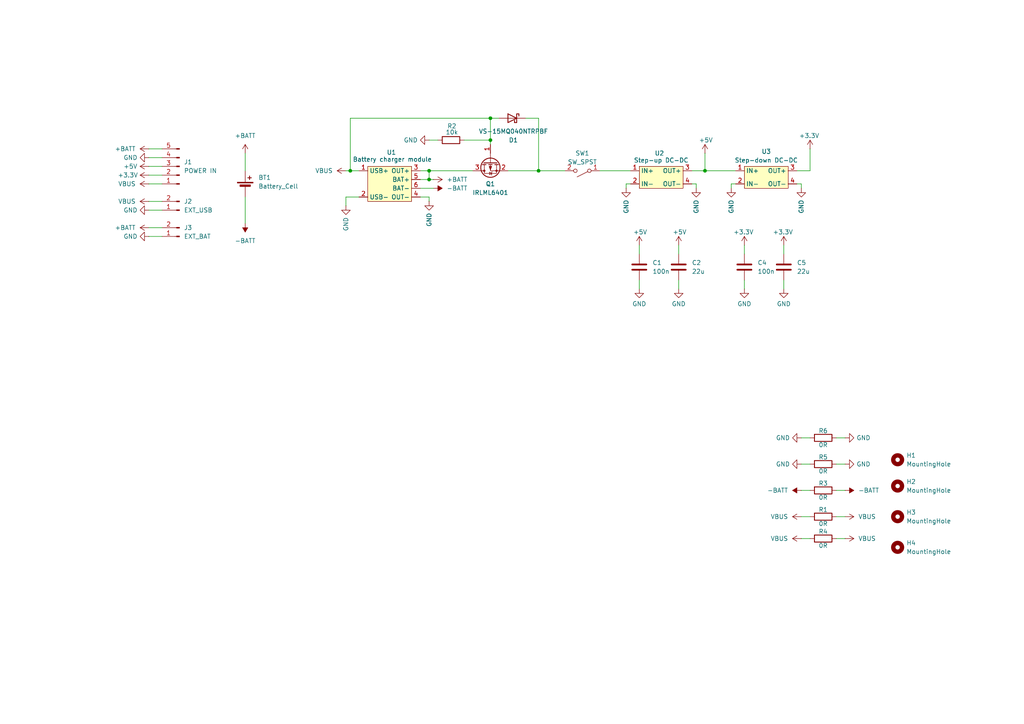
<source format=kicad_sch>
(kicad_sch (version 20231120) (generator "eeschema") (generator_version "8.0")
  (paper "A4")
  (lib_symbols
    (symbol "0a_pow:LM2596 step-down DC-DC module"
      (property "Reference" "U" (at -4.572 3.556 0))
      (property "Value" "Step-down DC-DC module" (at 1.27 -5.08 0))
      (symbol "LM2596 step-down DC-DC module_1_1"
        (rectangle (start -5.08 2.54) (end 7.62 -3.81) (fill (type background)))
        (pin input line (at -7.62 1.27 0) (length 2.54) (name "IN+") (number "1"))
        (pin input line (at -7.62 -2.54 0) (length 2.54) (name "IN-") (number "2"))
        (pin input line (at 10.16 1.27 180) (length 2.54) (name "OUT+") (number "3"))
        (pin input line (at 10.16 -2.54 180) (length 2.54) (name "OUT-") (number "4"))
      )
    )
    (symbol "0a_pow:MT3608_step-up_DC-DC"
      (property "Reference" "U" (at -4.572 3.556 0))
      (property "Value" "Step-up DC-DC" (at 1.27 -5.08 0))
      (symbol "MT3608_step-up_DC-DC_1_1"
        (rectangle (start -5.08 2.54) (end 7.62 -3.81) (fill (type background)))
        (pin input line (at -7.62 1.27 0) (length 2.54) (name "IN+") (number "1"))
        (pin input line (at -7.62 -2.54 0) (length 2.54) (name "IN-") (number "2"))
        (pin input line (at 10.16 1.27 180) (length 2.54) (name "OUT+") (number "3"))
        (pin input line (at 10.16 -2.54 180) (length 2.54) (name "OUT-") (number "4"))
      )
    )
    (symbol "0a_pow:TP4056_module_typeC"
      (property "Reference" "U" (at -5.842 6.096 0))
      (property "Value" "Battery charger module" (at 0.254 -6.096 0))
      (symbol "TP4056_module_typeC_1_1"
        (rectangle (start -6.35 5.08) (end 6.35 -5.08) (fill (type background)))
        (pin input line (at -8.89 3.81 0) (length 2.54) (name "USB+") (number "1"))
        (pin input line (at -8.89 -3.81 0) (length 2.54) (name "USB-") (number "2"))
        (pin input line (at 8.89 3.81 180) (length 2.54) (name "OUT+") (number "3"))
        (pin input line (at 8.89 -3.81 180) (length 2.54) (name "OUT-") (number "4"))
        (pin input line (at 8.89 1.27 180) (length 2.54) (name "BAT+") (number "5"))
        (pin input line (at 8.89 -1.27 180) (length 2.54) (name "BAT-") (number "6"))
      )
    )
    (symbol "Connector:Conn_01x02_Pin" (pin_names (offset 1.016) hide)
      (property "Reference" "J" (at 0 2.54 0))
      (property "Value" "Conn_01x02_Pin" (at 0 -5.08 0))
      (symbol "Conn_01x02_Pin_1_1"
        (polyline (pts (xy 1.27 -2.54) (xy 0.8636 -2.54)) (stroke (width 0.1524)))
        (polyline (pts (xy 1.27 0) (xy 0.8636 0)) (stroke (width 0.1524)))
        (rectangle (start 0.8636 -2.413) (end 0 -2.667) (stroke (width 0.1524)) (fill (type outline)))
        (rectangle (start 0.8636 0.127) (end 0 -0.127) (stroke (width 0.1524)) (fill (type outline)))
        (pin passive line (at 5.08 0 180) (length 3.81) (name "Pin_1") (number "1"))
        (pin passive line (at 5.08 -2.54 180) (length 3.81) (name "Pin_2") (number "2"))
      )
    )
    (symbol "Connector:Conn_01x05_Pin" (pin_names (offset 1.016) hide)
      (property "Reference" "J" (at 0 7.62 0))
      (property "Value" "Conn_01x05_Pin" (at 0 -7.62 0))
      (symbol "Conn_01x05_Pin_1_1"
        (polyline (pts (xy 1.27 -5.08) (xy 0.8636 -5.08)) (stroke (width 0.1524)))
        (polyline (pts (xy 1.27 -2.54) (xy 0.8636 -2.54)) (stroke (width 0.1524)))
        (polyline (pts (xy 1.27 0) (xy 0.8636 0)) (stroke (width 0.1524)))
        (polyline (pts (xy 1.27 2.54) (xy 0.8636 2.54)) (stroke (width 0.1524)))
        (polyline (pts (xy 1.27 5.08) (xy 0.8636 5.08)) (stroke (width 0.1524)))
        (rectangle (start 0.8636 -4.953) (end 0 -5.207) (stroke (width 0.1524)) (fill (type outline)))
        (rectangle (start 0.8636 -2.413) (end 0 -2.667) (stroke (width 0.1524)) (fill (type outline)))
        (rectangle (start 0.8636 0.127) (end 0 -0.127) (stroke (width 0.1524)) (fill (type outline)))
        (rectangle (start 0.8636 2.667) (end 0 2.413) (stroke (width 0.1524)) (fill (type outline)))
        (rectangle (start 0.8636 5.207) (end 0 4.953) (stroke (width 0.1524)) (fill (type outline)))
        (pin passive line (at 5.08 5.08 180) (length 3.81) (name "Pin_1") (number "1"))
        (pin passive line (at 5.08 2.54 180) (length 3.81) (name "Pin_2") (number "2"))
        (pin passive line (at 5.08 0 180) (length 3.81) (name "Pin_3") (number "3"))
        (pin passive line (at 5.08 -2.54 180) (length 3.81) (name "Pin_4") (number "4"))
        (pin passive line (at 5.08 -5.08 180) (length 3.81) (name "Pin_5") (number "5"))
      )
    )
    (symbol "Device:Battery_Cell" (pin_numbers hide) (pin_names (offset 0) hide)
      (property "Reference" "BT" (at 2.54 2.54 0))
      (property "Value" "Battery_Cell" (at 2.54 0 0))
      (symbol "Battery_Cell_0_1"
        (rectangle (start -2.286 1.778) (end 2.286 1.524) (fill (type outline)))
        (rectangle (start -1.524 1.016) (end 1.524 0.508) (fill (type outline)))
        (polyline (pts (xy 0 0.762) (xy 0 0)))
        (polyline (pts (xy 0 1.778) (xy 0 2.54)))
        (polyline (pts (xy 0.762 3.048) (xy 1.778 3.048)) (stroke (width 0.254)))
        (polyline (pts (xy 1.27 3.556) (xy 1.27 2.54)) (stroke (width 0.254)))
      )
      (symbol "Battery_Cell_1_1"
        (pin passive line (at 0 5.08 270) (length 2.54) (name "+") (number "1"))
        (pin passive line (at 0 -2.54 90) (length 2.54) (name "-") (number "2"))
      )
    )
    (symbol "Device:C" (pin_numbers hide) (pin_names (offset 0.254))
      (property "Reference" "C" (at 0.635 2.54 0))
      (property "Value" "C" (at 0.635 -2.54 0))
      (symbol "C_0_1"
        (polyline (pts (xy -2.032 -0.762) (xy 2.032 -0.762)) (stroke (width 0.508)))
        (polyline (pts (xy -2.032 0.762) (xy 2.032 0.762)) (stroke (width 0.508)))
      )
      (symbol "C_1_1"
        (pin passive line (at 0 3.81 270) (length 2.794) (name "~") (number "1"))
        (pin passive line (at 0 -3.81 90) (length 2.794) (name "~") (number "2"))
      )
    )
    (symbol "Device:D_Schottky" (pin_numbers hide) (pin_names (offset 1.016) hide)
      (property "Reference" "D" (at 0 2.54 0))
      (property "Value" "D_Schottky" (at 0 -2.54 0))
      (symbol "D_Schottky_0_1"
        (polyline (pts (xy 1.27 0) (xy -1.27 0)))
        (polyline (pts (xy 1.27 1.27) (xy 1.27 -1.27) (xy -1.27 0) (xy 1.27 1.27)) (stroke (width 0.254)))
        (polyline (pts (xy -1.905 0.635) (xy -1.905 1.27) (xy -1.27 1.27) (xy -1.27 -1.27) (xy -0.635 -1.27) (xy -0.635 -0.635)) (stroke (width 0.254)))
      )
      (symbol "D_Schottky_1_1"
        (pin passive line (at -3.81 0 0) (length 2.54) (name "K") (number "1"))
        (pin passive line (at 3.81 0 180) (length 2.54) (name "A") (number "2"))
      )
    )
    (symbol "Device:R" (pin_numbers hide) (pin_names (offset 0))
      (property "Reference" "R" (at 2.032 0 90))
      (property "Value" "R" (at 0 0 90))
      (symbol "R_0_1"
        (rectangle (start -1.016 -2.54) (end 1.016 2.54) (stroke (width 0.254)))
      )
      (symbol "R_1_1"
        (pin passive line (at 0 3.81 270) (length 1.27) (name "~") (number "1"))
        (pin passive line (at 0 -3.81 90) (length 1.27) (name "~") (number "2"))
      )
    )
    (symbol "Mechanical:MountingHole" (pin_names (offset 1.016)) (exclude_from_sim yes) (in_bom no)
      (property "Reference" "H" (at 0 5.08 0))
      (property "Value" "MountingHole" (at 0 3.175 0))
      (symbol "MountingHole_0_1"
        (circle (center 0 0) (radius 1.27) (stroke (width 1.27)))
      )
    )
    (symbol "Switch:SW_SPST" (pin_names (offset 0) hide)
      (property "Reference" "SW" (at 0 3.175 0))
      (property "Value" "SW_SPST" (at 0 -2.54 0))
      (symbol "SW_SPST_0_0"
        (circle (center -2.032 0) (radius 0.508))
        (polyline (pts (xy -1.524 0.254) (xy 1.524 1.778)))
        (circle (center 2.032 0) (radius 0.508))
      )
      (symbol "SW_SPST_1_1"
        (pin passive line (at -5.08 0 0) (length 2.54) (name "A") (number "1"))
        (pin passive line (at 5.08 0 180) (length 2.54) (name "B") (number "2"))
      )
    )
    (symbol "Transistor_FET:IRLML6401" (pin_names hide)
      (property "Reference" "Q" (at 5.08 1.905 0))
      (property "Value" "IRLML6401" (at 5.08 0 0))
      (symbol "IRLML6401_0_1"
        (polyline (pts (xy 0.254 0) (xy -2.54 0)))
        (polyline (pts (xy 0.254 1.905) (xy 0.254 -1.905)) (stroke (width 0.254)))
        (polyline (pts (xy 0.762 -1.27) (xy 0.762 -2.286)) (stroke (width 0.254)))
        (polyline (pts (xy 0.762 0.508) (xy 0.762 -0.508)) (stroke (width 0.254)))
        (polyline (pts (xy 0.762 2.286) (xy 0.762 1.27)) (stroke (width 0.254)))
        (polyline (pts (xy 2.54 2.54) (xy 2.54 1.778)))
        (polyline (pts (xy 2.54 -2.54) (xy 2.54 0) (xy 0.762 0)))
        (polyline (pts (xy 0.762 1.778) (xy 3.302 1.778) (xy 3.302 -1.778) (xy 0.762 -1.778)))
        (polyline (pts (xy 2.286 0) (xy 1.27 0.381) (xy 1.27 -0.381) (xy 2.286 0)) (fill (type outline)))
        (polyline (pts (xy 2.794 -0.508) (xy 2.921 -0.381) (xy 3.683 -0.381) (xy 3.81 -0.254)))
        (polyline (pts (xy 3.302 -0.381) (xy 2.921 0.254) (xy 3.683 0.254) (xy 3.302 -0.381)))
        (circle (center 1.651 0) (radius 2.794) (stroke (width 0.254)))
        (circle (center 2.54 -1.778) (radius 0.254) (fill (type outline)))
        (circle (center 2.54 1.778) (radius 0.254) (fill (type outline)))
      )
      (symbol "IRLML6401_1_1"
        (pin input line (at -5.08 0 0) (length 2.54) (name "G") (number "1"))
        (pin passive line (at 2.54 -5.08 90) (length 2.54) (name "S") (number "2"))
        (pin passive line (at 2.54 5.08 270) (length 2.54) (name "D") (number "3"))
      )
    )
    (symbol "power:+3.3V" (power) (pin_numbers hide) (pin_names (offset 0) hide)
      (property "Value" "+3.3V" (at 0 3.556 0))
      (symbol "+3.3V_0_1"
        (polyline (pts (xy -0.762 1.27) (xy 0 2.54)))
        (polyline (pts (xy 0 0) (xy 0 2.54)))
        (polyline (pts (xy 0 2.54) (xy 0.762 1.27)))
      )
      (symbol "+3.3V_1_1"
        (pin power_in line (at 0 0 90) (length 0) (name "~") (number "1"))
      )
    )
    (symbol "power:+5V" (power) (pin_numbers hide) (pin_names (offset 0) hide)
      (property "Value" "+5V" (at 0 3.556 0))
      (symbol "+5V_0_1"
        (polyline (pts (xy -0.762 1.27) (xy 0 2.54)))
        (polyline (pts (xy 0 0) (xy 0 2.54)))
        (polyline (pts (xy 0 2.54) (xy 0.762 1.27)))
      )
      (symbol "+5V_1_1"
        (pin power_in line (at 0 0 90) (length 0) (name "~") (number "1"))
      )
    )
    (symbol "power:+BATT" (power) (pin_numbers hide) (pin_names (offset 0) hide)
      (property "Value" "+BATT" (at 0 3.556 0))
      (symbol "+BATT_0_1"
        (polyline (pts (xy -0.762 1.27) (xy 0 2.54)))
        (polyline (pts (xy 0 0) (xy 0 2.54)))
        (polyline (pts (xy 0 2.54) (xy 0.762 1.27)))
      )
      (symbol "+BATT_1_1"
        (pin power_in line (at 0 0 90) (length 0) (name "~") (number "1"))
      )
    )
    (symbol "power:-BATT" (power) (pin_numbers hide) (pin_names (offset 0) hide)
      (property "Value" "-BATT" (at 0 3.556 0))
      (symbol "-BATT_0_1"
        (polyline (pts (xy 0 0) (xy 0 2.54)))
        (polyline (pts (xy 0.762 1.27) (xy -0.762 1.27) (xy 0 2.54) (xy 0.762 1.27)) (fill (type outline)))
      )
      (symbol "-BATT_1_1"
        (pin power_in line (at 0 0 90) (length 0) (name "~") (number "1"))
      )
    )
    (symbol "power:GND" (power) (pin_numbers hide) (pin_names (offset 0) hide)
      (property "Value" "GND" (at 0 -3.81 0))
      (symbol "GND_0_1"
        (polyline (pts (xy 0 0) (xy 0 -1.27) (xy 1.27 -1.27) (xy 0 -2.54) (xy -1.27 -1.27) (xy 0 -1.27)))
      )
      (symbol "GND_1_1"
        (pin power_in line (at 0 0 270) (length 0) (name "~") (number "1"))
      )
    )
    (symbol "power:VBUS" (power) (pin_numbers hide) (pin_names (offset 0) hide)
      (property "Value" "VBUS" (at 0 3.556 0))
      (symbol "VBUS_0_1"
        (polyline (pts (xy -0.762 1.27) (xy 0 2.54)))
        (polyline (pts (xy 0 0) (xy 0 2.54)))
        (polyline (pts (xy 0 2.54) (xy 0.762 1.27)))
      )
      (symbol "VBUS_1_1"
        (pin power_in line (at 0 0 90) (length 0) (name "~") (number "1"))
      )
    )
  )
  (junction (at 142.24 40.64))
  (junction (at 124.46 49.53))
  (junction (at 124.46 52.07))
  (junction (at 101.6 49.53))
  (junction (at 204.47 49.53))
  (junction (at 156.21 49.53))
  (junction (at 142.24 34.29))
  (wire (pts (xy 121.92 57.15) (xy 124.46 57.15)))
  (wire (pts (xy 156.21 49.53) (xy 163.83 49.53)))
  (wire (pts (xy 215.9 83.82) (xy 215.9 81.28)))
  (wire (pts (xy 245.11 134.62) (xy 242.57 134.62)))
  (wire (pts (xy 46.99 45.72) (xy 43.18 45.72)))
  (wire (pts (xy 181.61 53.34) (xy 181.61 54.61)))
  (wire (pts (xy 124.46 57.15) (xy 124.46 58.42)))
  (wire (pts (xy 185.42 71.12) (xy 185.42 73.66)))
  (wire (pts (xy 227.33 83.82) (xy 227.33 81.28)))
  (wire (pts (xy 124.46 52.07) (xy 121.92 52.07)))
  (wire (pts (xy 142.24 34.29) (xy 144.78 34.29)))
  (wire (pts (xy 124.46 49.53) (xy 137.16 49.53)))
  (wire (pts (xy 156.21 34.29) (xy 152.4 34.29)))
  (wire (pts (xy 232.41 149.86) (xy 234.95 149.86)))
  (wire (pts (xy 147.32 49.53) (xy 156.21 49.53)))
  (wire (pts (xy 43.18 66.04) (xy 46.99 66.04)))
  (wire (pts (xy 100.33 57.15) (xy 100.33 59.69)))
  (wire (pts (xy 182.88 53.34) (xy 181.61 53.34)))
  (wire (pts (xy 204.47 49.53) (xy 213.36 49.53)))
  (wire (pts (xy 234.95 49.53) (xy 231.14 49.53)))
  (wire (pts (xy 227.33 71.12) (xy 227.33 73.66)))
  (wire (pts (xy 156.21 34.29) (xy 156.21 49.53)))
  (wire (pts (xy 204.47 44.45) (xy 204.47 49.53)))
  (wire (pts (xy 134.62 40.64) (xy 142.24 40.64)))
  (wire (pts (xy 173.99 49.53) (xy 182.88 49.53)))
  (wire (pts (xy 212.09 53.34) (xy 212.09 54.61)))
  (wire (pts (xy 215.9 71.12) (xy 215.9 73.66)))
  (wire (pts (xy 101.6 34.29) (xy 101.6 49.53)))
  (wire (pts (xy 124.46 49.53) (xy 124.46 52.07)))
  (wire (pts (xy 125.73 52.07) (xy 124.46 52.07)))
  (wire (pts (xy 100.33 49.53) (xy 101.6 49.53)))
  (wire (pts (xy 196.85 83.82) (xy 196.85 81.28)))
  (wire (pts (xy 196.85 71.12) (xy 196.85 73.66)))
  (wire (pts (xy 101.6 34.29) (xy 142.24 34.29)))
  (wire (pts (xy 232.41 127) (xy 234.95 127)))
  (wire (pts (xy 245.11 149.86) (xy 242.57 149.86)))
  (wire (pts (xy 245.11 142.24) (xy 242.57 142.24)))
  (wire (pts (xy 234.95 43.18) (xy 234.95 49.53)))
  (wire (pts (xy 201.93 53.34) (xy 201.93 54.61)))
  (wire (pts (xy 71.12 44.45) (xy 71.12 49.53)))
  (wire (pts (xy 43.18 43.18) (xy 46.99 43.18)))
  (wire (pts (xy 200.66 53.34) (xy 201.93 53.34)))
  (wire (pts (xy 71.12 64.77) (xy 71.12 57.15)))
  (wire (pts (xy 232.41 156.21) (xy 234.95 156.21)))
  (wire (pts (xy 231.14 53.34) (xy 232.41 53.34)))
  (wire (pts (xy 46.99 68.58) (xy 43.18 68.58)))
  (wire (pts (xy 43.18 48.26) (xy 46.99 48.26)))
  (wire (pts (xy 245.11 156.21) (xy 242.57 156.21)))
  (wire (pts (xy 43.18 50.8) (xy 46.99 50.8)))
  (wire (pts (xy 142.24 34.29) (xy 142.24 40.64)))
  (wire (pts (xy 43.18 58.42) (xy 46.99 58.42)))
  (wire (pts (xy 121.92 54.61) (xy 125.73 54.61)))
  (wire (pts (xy 124.46 40.64) (xy 127 40.64)))
  (wire (pts (xy 121.92 49.53) (xy 124.46 49.53)))
  (wire (pts (xy 200.66 49.53) (xy 204.47 49.53)))
  (wire (pts (xy 232.41 53.34) (xy 232.41 54.61)))
  (wire (pts (xy 213.36 53.34) (xy 212.09 53.34)))
  (wire (pts (xy 232.41 142.24) (xy 234.95 142.24)))
  (wire (pts (xy 232.41 134.62) (xy 234.95 134.62)))
  (wire (pts (xy 101.6 49.53) (xy 104.14 49.53)))
  (wire (pts (xy 43.18 53.34) (xy 46.99 53.34)))
  (wire (pts (xy 142.24 40.64) (xy 142.24 41.91)))
  (wire (pts (xy 245.11 127) (xy 242.57 127)))
  (wire (pts (xy 104.14 57.15) (xy 100.33 57.15)))
  (wire (pts (xy 185.42 83.82) (xy 185.42 81.28)))
  (wire (pts (xy 46.99 60.96) (xy 43.18 60.96)))
  (symbol (lib_id "power:VBUS") (at 245.11 156.21 270) (unit 1)
    (property "Reference" "#PWR037" (effects (hide yes)))
    (property "Value" "VBUS" (at 248.92 156.2099 90) (effects (justify left)))
    (property "Description" "Power symbol creates a global label with name \"VBUS\"" (effects (hide yes)))
  )
  (symbol (lib_id "power:VBUS") (at 43.18 58.42 90) (unit 1)
    (property "Reference" "#PWR012" (effects (hide yes)))
    (property "Value" "VBUS" (at 39.37 58.4199 90) (effects (justify left)))
    (property "Description" "Power symbol creates a global label with name \"VBUS\"" (effects (hide yes)))
  )
  (symbol (lib_id "power:+5V") (at 43.18 48.26 90) (unit 1)
    (property "Reference" "#PWR03" (effects (hide yes)))
    (property "Value" "+5V" (at 39.878 48.26 90) (effects (justify left)))
    (property "Description" "Power symbol creates a global label with name \"+5V\"" (effects (hide yes)))
  )
  (symbol (lib_id "power:+BATT") (at 43.18 66.04 90) (unit 1)
    (property "Reference" "#PWR015" (effects (hide yes)))
    (property "Value" "+BATT" (at 39.37 66.0399 90) (effects (justify left)))
    (property "Description" "Power symbol creates a global label with name \"+BATT\"" (effects (hide yes)))
  )
  (symbol (lib_id "power:-BATT") (at 232.41 142.24 90) (unit 1)
    (property "Reference" "#PWR017" (effects (hide yes)))
    (property "Value" "-BATT" (at 228.6 142.2399 90) (effects (justify left)))
    (property "Description" "Power symbol creates a global label with name \"-BATT\"" (effects (hide yes)))
  )
  (symbol (lib_id "power:GND") (at 100.33 59.69 0) (mirror y) (unit 1)
    (property "Reference" "#PWR019" (effects (hide yes)))
    (property "Value" "GND" (at 100.33 65.024 90))
    (property "Description" "Power symbol creates a global label with name \"GND\" , ground" (effects (hide yes)))
  )
  (symbol (lib_id "power:+3.3V") (at 43.18 50.8 90) (unit 1)
    (property "Reference" "#PWR04" (effects (hide yes)))
    (property "Value" "+3.3V" (at 37.084 50.8 90))
    (property "Description" "Power symbol creates a global label with name \"+3.3V\"" (effects (hide yes)))
  )
  (symbol (lib_id "Device:C") (at 227.33 77.47 0) (unit 1)
    (property "Reference" "C5" (at 231.14 76.1999 0) (effects (justify left)))
    (property "Value" "22u" (at 231.14 78.7399 0) (effects (justify left)))
    (property "Footprint" "Capacitor_SMD:C_1206_3216Metric_Pad1.33x1.80mm_HandSolder" (effects (hide yes)))
    (property "Description" "https://www.rcscomponents.kiev.ua/product/22uf-10v-x7r-10-c1206-2k-reel-c1206b226k100n2-hitano-kondensatory-keramichni-smd_153942.html" (effects (hide yes)))
  )
  (symbol (lib_id "power:-BATT") (at 245.11 142.24 270) (unit 1)
    (property "Reference" "#PWR035" (effects (hide yes)))
    (property "Value" "-BATT" (at 248.92 142.2399 90) (effects (justify left)))
    (property "Description" "Power symbol creates a global label with name \"-BATT\"" (effects (hide yes)))
  )
  (symbol (lib_id "power:+3.3V") (at 234.95 43.18 0) (unit 1)
    (property "Reference" "#PWR027" (effects (hide yes)))
    (property "Value" "+3.3V" (at 234.696 39.37 0))
    (property "Description" "Power symbol creates a global label with name \"+3.3V\"" (effects (hide yes)))
  )
  (symbol (lib_id "Switch:SW_SPST") (at 168.91 49.53 180) (unit 1)
    (property "Reference" "SW1" (at 168.91 44.4501 0))
    (property "Value" "SW_SPST" (at 168.91 46.9901 0))
    (property "Footprint" "Connector_PinHeader_2.54mm:PinHeader_1x02_P2.54mm_Horizontal" (effects (hide yes)))
    (property "Description" "Single Pole Single Throw (SPST) switch" (effects (hide yes)))
  )
  (symbol (lib_id "power:VBUS") (at 232.41 156.21 90) (unit 1)
    (property "Reference" "#PWR036" (effects (hide yes)))
    (property "Value" "VBUS" (at 228.6 156.2099 90) (effects (justify left)))
    (property "Description" "Power symbol creates a global label with name \"VBUS\"" (effects (hide yes)))
  )
  (symbol (lib_id "power:GND") (at 245.11 127 90) (mirror x) (unit 1)
    (property "Reference" "#PWR041" (effects (hide yes)))
    (property "Value" "GND" (at 250.444 127 90))
    (property "Description" "Power symbol creates a global label with name \"GND\" , ground" (effects (hide yes)))
  )
  (symbol (lib_id "power:VBUS") (at 245.11 149.86 270) (unit 1)
    (property "Reference" "#PWR07" (effects (hide yes)))
    (property "Value" "VBUS" (at 248.92 149.8599 90) (effects (justify left)))
    (property "Description" "Power symbol creates a global label with name \"VBUS\"" (effects (hide yes)))
  )
  (symbol (lib_id "power:GND") (at 43.18 60.96 270) (mirror x) (unit 1)
    (property "Reference" "#PWR013" (effects (hide yes)))
    (property "Value" "GND" (at 37.846 60.96 90))
    (property "Description" "Power symbol creates a global label with name \"GND\" , ground" (effects (hide yes)))
  )
  (symbol (lib_id "power:GND") (at 181.61 54.61 0) (mirror y) (unit 1)
    (property "Reference" "#PWR022" (effects (hide yes)))
    (property "Value" "GND" (at 181.61 59.944 90))
    (property "Description" "Power symbol creates a global label with name \"GND\" , ground" (effects (hide yes)))
  )
  (symbol (lib_id "power:+5V") (at 185.42 71.12 0) (unit 1)
    (property "Reference" "#PWR08" (effects (hide yes)))
    (property "Value" "+5V" (at 183.642 67.31 0) (effects (justify left)))
    (property "Description" "Power symbol creates a global label with name \"+5V\"" (effects (hide yes)))
  )
  (symbol (lib_id "power:-BATT") (at 71.12 64.77 180) (unit 1)
    (property "Reference" "#PWR034" (effects (hide yes)))
    (property "Value" "-BATT" (at 71.12 69.85 0))
    (property "Description" "Power symbol creates a global label with name \"-BATT\"" (effects (hide yes)))
  )
  (symbol (lib_id "power:+3.3V") (at 215.9 71.12 0) (unit 1)
    (property "Reference" "#PWR028" (effects (hide yes)))
    (property "Value" "+3.3V" (at 215.646 67.31 0))
    (property "Description" "Power symbol creates a global label with name \"+3.3V\"" (effects (hide yes)))
  )
  (symbol (lib_id "power:GND") (at 212.09 54.61 0) (mirror y) (unit 1)
    (property "Reference" "#PWR025" (effects (hide yes)))
    (property "Value" "GND" (at 212.09 59.944 90))
    (property "Description" "Power symbol creates a global label with name \"GND\" , ground" (effects (hide yes)))
  )
  (symbol (lib_id "Device:R") (at 238.76 156.21 90) (unit 1)
    (property "Reference" "R4" (at 238.76 154.178 90))
    (property "Value" "0R" (at 238.76 158.242 90))
    (property "Footprint" "Resistor_SMD:R_1206_3216Metric_Pad1.30x1.75mm_HandSolder" (effects (hide yes)))
    (property "Description" "https://www.rcscomponents.kiev.ua/product/0-ohm-5-0-25w-200v-1206-rc1206jr-0r-hitano-rezystor-smd_3684.html" (effects (hide yes)))
  )
  (symbol (lib_id "power:GND") (at 196.85 83.82 0) (unit 1)
    (property "Reference" "#PWR011" (effects (hide yes)))
    (property "Value" "GND" (at 196.85 88.138 0))
    (property "Description" "Power symbol creates a global label with name \"GND\" , ground" (effects (hide yes)))
  )
  (symbol (lib_id "Connector:Conn_01x05_Pin") (at 52.07 48.26 180) (unit 1)
    (property "Reference" "J1" (at 53.34 46.9899 0) (effects (justify right)))
    (property "Value" "POWER IN" (at 53.34 49.5299 0) (effects (justify right)))
    (property "Footprint" "Connector_PinHeader_2.54mm:PinHeader_1x05_P2.54mm_Horizontal" (effects (hide yes)))
    (property "Description" "Generic connector, single row, 01x05, script generated" (effects (hide yes)))
  )
  (symbol (lib_id "power:+5V") (at 204.47 44.45 0) (unit 1)
    (property "Reference" "#PWR023" (effects (hide yes)))
    (property "Value" "+5V" (at 202.692 40.64 0) (effects (justify left)))
    (property "Description" "Power symbol creates a global label with name \"+5V\"" (effects (hide yes)))
  )
  (symbol (lib_id "power:GND") (at 245.11 134.62 90) (mirror x) (unit 1)
    (property "Reference" "#PWR038" (effects (hide yes)))
    (property "Value" "GND" (at 250.444 134.62 90))
    (property "Description" "Power symbol creates a global label with name \"GND\" , ground" (effects (hide yes)))
  )
  (symbol (lib_id "power:+5V") (at 196.85 71.12 0) (unit 1)
    (property "Reference" "#PWR010" (effects (hide yes)))
    (property "Value" "+5V" (at 195.072 67.31 0) (effects (justify left)))
    (property "Description" "Power symbol creates a global label with name \"+5V\"" (effects (hide yes)))
  )
  (symbol (lib_id "power:+3.3V") (at 227.33 71.12 0) (unit 1)
    (property "Reference" "#PWR030" (effects (hide yes)))
    (property "Value" "+3.3V" (at 227.076 67.31 0))
    (property "Description" "Power symbol creates a global label with name \"+3.3V\"" (effects (hide yes)))
  )
  (symbol (lib_id "Device:R") (at 238.76 149.86 90) (unit 1)
    (property "Reference" "R1" (at 238.76 147.828 90))
    (property "Value" "0R" (at 238.76 151.892 90))
    (property "Footprint" "Resistor_SMD:R_1206_3216Metric_Pad1.30x1.75mm_HandSolder" (effects (hide yes)))
    (property "Description" "https://www.rcscomponents.kiev.ua/product/0-ohm-5-0-25w-200v-1206-rc1206jr-0r-hitano-rezystor-smd_3684.html" (effects (hide yes)))
  )
  (symbol (lib_id "Device:R") (at 238.76 142.24 90) (unit 1)
    (property "Reference" "R3" (at 238.76 140.208 90))
    (property "Value" "0R" (at 238.76 144.272 90))
    (property "Footprint" "Resistor_SMD:R_1206_3216Metric_Pad1.30x1.75mm_HandSolder" (effects (hide yes)))
    (property "Description" "https://www.rcscomponents.kiev.ua/product/0-ohm-5-0-25w-200v-1206-rc1206jr-0r-hitano-rezystor-smd_3684.html" (effects (hide yes)))
  )
  (symbol (lib_id "Mechanical:MountingHole") (at 260.35 149.86 0) (unit 1) (exclude_from_sim yes) (in_bom no)
    (property "Reference" "H3" (at 262.89 148.5899 0) (effects (justify left)))
    (property "Value" "MountingHole" (at 262.89 151.1299 0) (effects (justify left)))
    (property "Footprint" "MountingHole:MountingHole_4.3mm_M4" (effects (hide yes)))
    (property "Description" "Mounting Hole without connection" (effects (hide yes)))
  )
  (symbol (lib_id "Device:C") (at 185.42 77.47 0) (unit 1)
    (property "Reference" "C1" (at 189.23 76.1999 0) (effects (justify left)))
    (property "Value" "100n" (at 189.23 78.7399 0) (effects (justify left)))
    (property "Footprint" "Capacitor_SMD:C_1206_3216Metric_Pad1.33x1.80mm_HandSolder" (effects (hide yes)))
    (property "Description" "https://www.rcscomponents.kiev.ua/product/100nf-50v-x7r-10-1206-4k-reel-cl31b104kbcnnnc-samsung_48855.html" (effects (hide yes)))
  )
  (symbol (lib_id "Device:D_Schottky") (at 148.59 34.29 0) (mirror y) (unit 1)
    (property "Reference" "D1" (at 148.9075 40.64 0))
    (property "Value" "VS-15MQ040NTRPBF" (at 148.9075 38.1 0))
    (property "Footprint" "Diode_SMD:D_SMA_Handsoldering" (effects (hide yes)))
    (property "Description" "https://www.rcscomponents.kiev.ua/product/vs-15mq040ntrpbf_36496.html" (effects (hide yes)))
  )
  (symbol (lib_id "power:GND") (at 215.9 83.82 0) (unit 1)
    (property "Reference" "#PWR029" (effects (hide yes)))
    (property "Value" "GND" (at 215.9 88.138 0))
    (property "Description" "Power symbol creates a global label with name \"GND\" , ground" (effects (hide yes)))
  )
  (symbol (lib_id "Mechanical:MountingHole") (at 260.35 140.97 0) (unit 1) (exclude_from_sim yes) (in_bom no)
    (property "Reference" "H2" (at 262.89 139.6999 0) (effects (justify left)))
    (property "Value" "MountingHole" (at 262.89 142.2399 0) (effects (justify left)))
    (property "Footprint" "MountingHole:MountingHole_4.3mm_M4" (effects (hide yes)))
    (property "Description" "Mounting Hole without connection" (effects (hide yes)))
  )
  (symbol (lib_id "power:VBUS") (at 100.33 49.53 90) (unit 1)
    (property "Reference" "#PWR018" (effects (hide yes)))
    (property "Value" "VBUS" (at 96.52 49.5299 90) (effects (justify left)))
    (property "Description" "Power symbol creates a global label with name \"VBUS\"" (effects (hide yes)))
  )
  (symbol (lib_id "power:GND") (at 43.18 68.58 270) (mirror x) (unit 1)
    (property "Reference" "#PWR014" (effects (hide yes)))
    (property "Value" "GND" (at 37.846 68.58 90))
    (property "Description" "Power symbol creates a global label with name \"GND\" , ground" (effects (hide yes)))
  )
  (symbol (lib_id "Device:C") (at 215.9 77.47 0) (unit 1)
    (property "Reference" "C4" (at 219.71 76.1999 0) (effects (justify left)))
    (property "Value" "100n" (at 219.71 78.7399 0) (effects (justify left)))
    (property "Footprint" "Capacitor_SMD:C_1206_3216Metric_Pad1.33x1.80mm_HandSolder" (effects (hide yes)))
    (property "Description" "https://www.rcscomponents.kiev.ua/product/100nf-50v-x7r-10-1206-4k-reel-cl31b104kbcnnnc-samsung_48855.html" (effects (hide yes)))
  )
  (symbol (lib_id "Transistor_FET:IRLML6401") (at 142.24 46.99 90) (mirror x) (unit 1)
    (property "Reference" "Q1" (at 142.24 53.34 90))
    (property "Value" "IRLML6401" (at 142.24 55.88 90))
    (property "Footprint" "Package_TO_SOT_SMD:SOT-23" (effects (hide yes)))
    (property "Datasheet" "https://www.infineon.com/dgdl/irlml6401pbf.pdf?fileId=5546d462533600a401535668b96d2634" (effects (hide yes)))
    (property "Description" "https://www.rcscomponents.kiev.ua/product/irlml6401trpbf_34344.html" (effects (hide yes)))
  )
  (symbol (lib_id "power:-BATT") (at 125.73 54.61 270) (unit 1)
    (property "Reference" "#PWR033" (effects (hide yes)))
    (property "Value" "-BATT" (at 129.54 54.6099 90) (effects (justify left)))
    (property "Description" "Power symbol creates a global label with name \"-BATT\"" (effects (hide yes)))
  )
  (symbol (lib_id "power:GND") (at 227.33 83.82 0) (unit 1)
    (property "Reference" "#PWR031" (effects (hide yes)))
    (property "Value" "GND" (at 227.33 88.138 0))
    (property "Description" "Power symbol creates a global label with name \"GND\" , ground" (effects (hide yes)))
  )
  (symbol (lib_id "power:GND") (at 232.41 134.62 270) (mirror x) (unit 1)
    (property "Reference" "#PWR040" (effects (hide yes)))
    (property "Value" "GND" (at 227.076 134.62 90))
    (property "Description" "Power symbol creates a global label with name \"GND\" , ground" (effects (hide yes)))
  )
  (symbol (lib_id "0a_pow:MT3608_step-up_DC-DC") (at 190.5 50.8 0) (unit 1)
    (property "Reference" "U2" (at 191.262 44.45 0))
    (property "Value" "Step-up DC-DC" (at 191.77 46.482 0))
    (property "Footprint" "0a_pow:MT3608_step-up_DC-DC" (effects (hide yes)))
    (property "Description" "https://www.mini-tech.com.ua/dc-dc-konverter-povyshayushchij-mt3608" (effects (hide yes)))
  )
  (symbol (lib_id "power:VBUS") (at 232.41 149.86 90) (unit 1)
    (property "Reference" "#PWR06" (effects (hide yes)))
    (property "Value" "VBUS" (at 228.6 149.8599 90) (effects (justify left)))
    (property "Description" "Power symbol creates a global label with name \"VBUS\"" (effects (hide yes)))
  )
  (symbol (lib_id "power:GND") (at 201.93 54.61 0) (mirror y) (unit 1)
    (property "Reference" "#PWR024" (effects (hide yes)))
    (property "Value" "GND" (at 201.93 59.944 90))
    (property "Description" "Power symbol creates a global label with name \"GND\" , ground" (effects (hide yes)))
  )
  (symbol (lib_id "0a_pow:LM2596 step-down DC-DC module") (at 220.98 50.8 0) (unit 1)
    (property "Reference" "U3" (at 222.25 43.942 0))
    (property "Value" "Step-down DC-DC" (at 222.25 46.482 0))
    (property "Footprint" "0a_pow:LM2596 step-down DC-DC module" (effects (hide yes)))
    (property "Description" "https://www.rcscomponents.kiev.ua/product/rehulovanyi-step-down-modul-zhyvlennia-na-lm2596-s-diy-0302_114963.html" (effects (hide yes)))
  )
  (symbol (lib_id "power:+BATT") (at 125.73 52.07 270) (unit 1)
    (property "Reference" "#PWR021" (effects (hide yes)))
    (property "Value" "+BATT" (at 129.54 52.0701 90) (effects (justify left)))
    (property "Description" "Power symbol creates a global label with name \"+BATT\"" (effects (hide yes)))
  )
  (symbol (lib_id "power:GND") (at 124.46 40.64 270) (mirror x) (unit 1)
    (property "Reference" "#PWR032" (effects (hide yes)))
    (property "Value" "GND" (at 119.126 40.64 90))
    (property "Description" "Power symbol creates a global label with name \"GND\" , ground" (effects (hide yes)))
  )
  (symbol (lib_id "Device:Battery_Cell") (at 71.12 54.61 0) (unit 1)
    (property "Reference" "BT1" (at 74.93 51.4984 0) (effects (justify left)))
    (property "Value" "Battery_Cell" (at 74.93 54.0384 0) (effects (justify left)))
    (property "Footprint" "Battery:BatteryHolder_Keystone_1042_1x18650" (effects (hide yes)))
    (property "Description" "https://www.rcscomponents.kiev.ua/product/korpus-dlia-smt-1x18650-gt-18650x1-smt_179554.html" (effects (hide yes)))
  )
  (symbol (lib_id "Mechanical:MountingHole") (at 260.35 133.35 0) (unit 1) (exclude_from_sim yes) (in_bom no)
    (property "Reference" "H1" (at 262.89 132.0799 0) (effects (justify left)))
    (property "Value" "MountingHole" (at 262.89 134.6199 0) (effects (justify left)))
    (property "Footprint" "MountingHole:MountingHole_4.3mm_M4" (effects (hide yes)))
    (property "Description" "Mounting Hole without connection" (effects (hide yes)))
  )
  (symbol (lib_id "power:GND") (at 232.41 54.61 0) (mirror y) (unit 1)
    (property "Reference" "#PWR026" (effects (hide yes)))
    (property "Value" "GND" (at 232.41 59.944 90))
    (property "Description" "Power symbol creates a global label with name \"GND\" , ground" (effects (hide yes)))
  )
  (symbol (lib_id "power:+BATT") (at 71.12 44.45 0) (unit 1)
    (property "Reference" "#PWR016" (effects (hide yes)))
    (property "Value" "+BATT" (at 71.12 39.37 0))
    (property "Description" "Power symbol creates a global label with name \"+BATT\"" (effects (hide yes)))
  )
  (symbol (lib_id "power:GND") (at 43.18 45.72 270) (mirror x) (unit 1)
    (property "Reference" "#PWR02" (effects (hide yes)))
    (property "Value" "GND" (at 37.846 45.72 90))
    (property "Description" "Power symbol creates a global label with name \"GND\" , ground" (effects (hide yes)))
  )
  (symbol (lib_id "power:GND") (at 232.41 127 270) (mirror x) (unit 1)
    (property "Reference" "#PWR039" (effects (hide yes)))
    (property "Value" "GND" (at 227.076 127 90))
    (property "Description" "Power symbol creates a global label with name \"GND\" , ground" (effects (hide yes)))
  )
  (symbol (lib_id "Connector:Conn_01x02_Pin") (at 52.07 60.96 180) (unit 1)
    (property "Reference" "J2" (at 53.34 58.4199 0) (effects (justify right)))
    (property "Value" "EXT_USB" (at 53.34 60.9599 0) (effects (justify right)))
    (property "Footprint" "Connector_PinHeader_2.54mm:PinHeader_1x02_P2.54mm_Horizontal" (effects (hide yes)))
    (property "Description" "Generic connector, single row, 01x02, script generated" (effects (hide yes)))
  )
  (symbol (lib_id "power:GND") (at 185.42 83.82 0) (unit 1)
    (property "Reference" "#PWR09" (effects (hide yes)))
    (property "Value" "GND" (at 185.42 88.138 0))
    (property "Description" "Power symbol creates a global label with name \"GND\" , ground" (effects (hide yes)))
  )
  (symbol (lib_id "Mechanical:MountingHole") (at 260.35 158.75 0) (unit 1) (exclude_from_sim yes) (in_bom no)
    (property "Reference" "H4" (at 262.89 157.4799 0) (effects (justify left)))
    (property "Value" "MountingHole" (at 262.89 160.0199 0) (effects (justify left)))
    (property "Footprint" "MountingHole:MountingHole_4.3mm_M4" (effects (hide yes)))
    (property "Description" "Mounting Hole without connection" (effects (hide yes)))
  )
  (symbol (lib_id "power:+BATT") (at 43.18 43.18 90) (unit 1)
    (property "Reference" "#PWR01" (effects (hide yes)))
    (property "Value" "+BATT" (at 39.37 43.1799 90) (effects (justify left)))
    (property "Description" "Power symbol creates a global label with name \"+BATT\"" (effects (hide yes)))
  )
  (symbol (lib_id "Device:R") (at 238.76 134.62 90) (unit 1)
    (property "Reference" "R5" (at 238.76 132.588 90))
    (property "Value" "0R" (at 238.76 136.652 90))
    (property "Footprint" "Resistor_SMD:R_1206_3216Metric_Pad1.30x1.75mm_HandSolder" (effects (hide yes)))
    (property "Description" "https://www.rcscomponents.kiev.ua/product/0-ohm-5-0-25w-200v-1206-rc1206jr-0r-hitano-rezystor-smd_3684.html" (effects (hide yes)))
  )
  (symbol (lib_id "Connector:Conn_01x02_Pin") (at 52.07 68.58 180) (unit 1)
    (property "Reference" "J3" (at 53.34 66.0399 0) (effects (justify right)))
    (property "Value" "EXT_BAT" (at 53.34 68.5799 0) (effects (justify right)))
    (property "Footprint" "Connector_PinHeader_2.54mm:PinHeader_1x02_P2.54mm_Horizontal" (effects (hide yes)))
    (property "Description" "Generic connector, single row, 01x02, script generated" (effects (hide yes)))
  )
  (symbol (lib_id "Device:R") (at 238.76 127 90) (unit 1)
    (property "Reference" "R6" (at 238.76 124.968 90))
    (property "Value" "0R" (at 238.76 129.032 90))
    (property "Footprint" "Resistor_SMD:R_1206_3216Metric_Pad1.30x1.75mm_HandSolder" (effects (hide yes)))
    (property "Description" "https://www.rcscomponents.kiev.ua/product/0-ohm-5-0-25w-200v-1206-rc1206jr-0r-hitano-rezystor-smd_3684.html" (effects (hide yes)))
  )
  (symbol (lib_id "0a_pow:TP4056_module_typeC") (at 113.03 53.34 0) (unit 1)
    (property "Reference" "U1" (at 113.538 44.196 0))
    (property "Value" "Battery charger module" (at 113.792 46.228 0))
    (property "Footprint" "0a_pow:TP4056_module_typeC" (effects (hide yes)))
    (property "Description" "https://www.rcscomponents.kiev.ua/product/zariadnyi-prystrii-dlia-li-po-type-c-tp4056-1a-lipo-battery-charging-board-type-c_165115.html" (effects (hide yes)))
  )
  (symbol (lib_id "power:VBUS") (at 43.18 53.34 90) (unit 1)
    (property "Reference" "#PWR05" (effects (hide yes)))
    (property "Value" "VBUS" (at 39.37 53.3399 90) (effects (justify left)))
    (property "Description" "Power symbol creates a global label with name \"VBUS\"" (effects (hide yes)))
  )
  (symbol (lib_id "power:GND") (at 124.46 58.42 0) (mirror y) (unit 1)
    (property "Reference" "#PWR020" (effects (hide yes)))
    (property "Value" "GND" (at 124.46 63.754 90))
    (property "Description" "Power symbol creates a global label with name \"GND\" , ground" (effects (hide yes)))
  )
  (symbol (lib_id "Device:R") (at 130.81 40.64 90) (unit 1)
    (property "Reference" "R2" (at 131.064 36.576 90))
    (property "Value" "10k" (at 131.064 38.354 90))
    (property "Footprint" "Resistor_SMD:R_1206_3216Metric_Pad1.30x1.75mm_HandSolder" (effects (hide yes)))
    (property "Description" "https://www.rcscomponents.kiev.ua/product/10-kohm-5-0-25w-200v-1206-rc1206jr-10kr-hitano-rezystor-smd_2210.html" (effects (hide yes)))
  )
  (symbol (lib_id "Device:C") (at 196.85 77.47 0) (unit 1)
    (property "Reference" "C2" (at 200.66 76.1999 0) (effects (justify left)))
    (property "Value" "22u" (at 200.66 78.7399 0) (effects (justify left)))
    (property "Footprint" "Capacitor_SMD:C_1206_3216Metric_Pad1.33x1.80mm_HandSolder" (effects (hide yes)))
    (property "Description" "https://www.rcscomponents.kiev.ua/product/22uf-10v-x7r-10-c1206-2k-reel-c1206b226k100n2-hitano-kondensatory-keramichni-smd_153942.html" (effects (hide yes)))
  )
)
</source>
